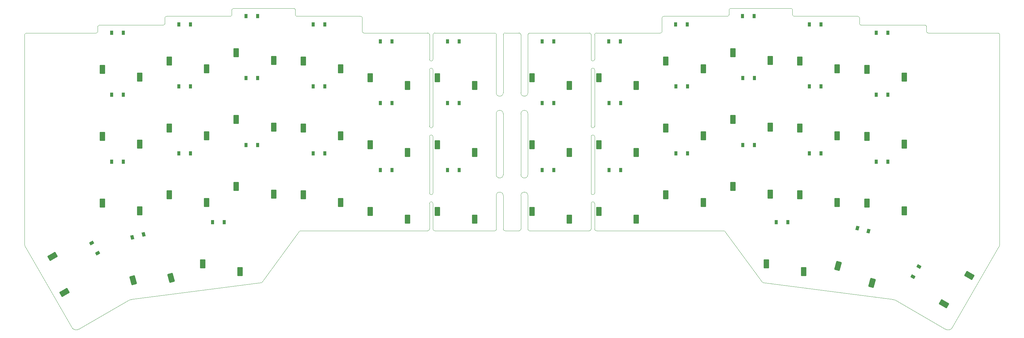
<source format=gbp>
G04 #@! TF.GenerationSoftware,KiCad,Pcbnew,(6.99.0-1912-g359c99991b)*
G04 #@! TF.CreationDate,2023-07-01T16:50:15+07:00*
G04 #@! TF.ProjectId,corne_chocoflan,636f726e-655f-4636-986f-636f666c616e,2*
G04 #@! TF.SameCoordinates,Original*
G04 #@! TF.FileFunction,Paste,Bot*
G04 #@! TF.FilePolarity,Positive*
%FSLAX46Y46*%
G04 Gerber Fmt 4.6, Leading zero omitted, Abs format (unit mm)*
G04 Created by KiCad (PCBNEW (6.99.0-1912-g359c99991b)) date 2023-07-01 16:50:15*
%MOMM*%
%LPD*%
G01*
G04 APERTURE LIST*
G04 Aperture macros list*
%AMRoundRect*
0 Rectangle with rounded corners*
0 $1 Rounding radius*
0 $2 $3 $4 $5 $6 $7 $8 $9 X,Y pos of 4 corners*
0 Add a 4 corners polygon primitive as box body*
4,1,4,$2,$3,$4,$5,$6,$7,$8,$9,$2,$3,0*
0 Add four circle primitives for the rounded corners*
1,1,$1+$1,$2,$3*
1,1,$1+$1,$4,$5*
1,1,$1+$1,$6,$7*
1,1,$1+$1,$8,$9*
0 Add four rect primitives between the rounded corners*
20,1,$1+$1,$2,$3,$4,$5,0*
20,1,$1+$1,$4,$5,$6,$7,0*
20,1,$1+$1,$6,$7,$8,$9,0*
20,1,$1+$1,$8,$9,$2,$3,0*%
%AMRotRect*
0 Rectangle, with rotation*
0 The origin of the aperture is its center*
0 $1 length*
0 $2 width*
0 $3 Rotation angle, in degrees counterclockwise*
0 Add horizontal line*
21,1,$1,$2,0,0,$3*%
G04 Aperture macros list end*
%ADD10R,0.900000X1.200000*%
%ADD11RoundRect,0.160000X0.640000X1.140000X-0.640000X1.140000X-0.640000X-1.140000X0.640000X-1.140000X0*%
%ADD12RotRect,0.900000X1.200000X300.000000*%
%ADD13RotRect,0.900000X1.200000X165.000000*%
%ADD14RoundRect,0.160000X0.913246X0.935511X-0.323139X1.266800X-0.913246X-0.935511X0.323139X-1.266800X0*%
%ADD15RotRect,0.900000X1.200000X240.000000*%
%ADD16RoundRect,0.160000X-0.667269X1.124256X-1.307269X0.015744X0.667269X-1.124256X1.307269X-0.015744X0*%
%ADD17RoundRect,0.160000X0.323139X1.266800X-0.913246X0.935511X-0.323139X-1.266800X0.913246X-0.935511X0*%
%ADD18RotRect,0.900000X1.200000X15.000000*%
%ADD19RoundRect,0.160000X1.307269X0.015744X0.667269X1.124256X-1.307269X-0.015744X-0.667269X-1.124256X0*%
G04 #@! TA.AperFunction,Profile*
%ADD20C,0.100000*%
G04 #@! TD*
%ADD21C,0.100000*%
%ADD22C,0.200000*%
G04 APERTURE END LIST*
D10*
X225851187Y-4619863D03*
X222551187Y-4619863D03*
D11*
X219868358Y-53009932D03*
X230468358Y-55209932D03*
X238868358Y-55384932D03*
X249468358Y-57584932D03*
X117034018Y-38759932D03*
X127634018Y-40959932D03*
D10*
X119916847Y-46019863D03*
X123216847Y-46019863D03*
X100916847Y-26969863D03*
X104216847Y-26969863D03*
D12*
X19032763Y-66728008D03*
X20682763Y-69585892D03*
D11*
X98034018Y-19759932D03*
X108634018Y-21959932D03*
D13*
X239359717Y-63383108D03*
X236172161Y-62529006D03*
D10*
X24716847Y-24594863D03*
X28016847Y-24594863D03*
D11*
X41034018Y-15009932D03*
X51634018Y-17209932D03*
X181868358Y-15009932D03*
X192468358Y-17209932D03*
D10*
X100916847Y-46019863D03*
X104216847Y-46019863D03*
X150101187Y-26969863D03*
X146801187Y-26969863D03*
X225899999Y-41269863D03*
X222599999Y-41269863D03*
X43766847Y-41269863D03*
X47066847Y-41269863D03*
D11*
X22034018Y-55384932D03*
X32634018Y-57584932D03*
X79034018Y-15009932D03*
X89634018Y-17209932D03*
D10*
X169051187Y-46019863D03*
X165751187Y-46019863D03*
D14*
X230663565Y-73238365D03*
X240332977Y-78106884D03*
D11*
X238868358Y-36384932D03*
X249468358Y-38584932D03*
D15*
X253596869Y-73435794D03*
X251946869Y-76293678D03*
D11*
X210368358Y-72634932D03*
X220968358Y-74834932D03*
D10*
X81866847Y-41269863D03*
X85166847Y-41269863D03*
D11*
X79034018Y-34009932D03*
X89634018Y-36209932D03*
D10*
X187951187Y-4619863D03*
X184651187Y-4619863D03*
D11*
X22034018Y-17384932D03*
X32634018Y-19584932D03*
D10*
X24716847Y-43644863D03*
X28016847Y-43644863D03*
D11*
X143868358Y-38759932D03*
X154468358Y-40959932D03*
D10*
X169051187Y-26969863D03*
X165751187Y-26969863D03*
D11*
X143868358Y-19759932D03*
X154468358Y-21959932D03*
D16*
X260765953Y-84014930D03*
X267971209Y-75935061D03*
D17*
X30770368Y-77275942D03*
X41578584Y-76657497D03*
D11*
X200868358Y-50634932D03*
X211468358Y-52834932D03*
D10*
X43716847Y-4619863D03*
X47016847Y-4619863D03*
D11*
X98034018Y-57759932D03*
X108634018Y-59959932D03*
D10*
X225899999Y-22219863D03*
X222599999Y-22219863D03*
D11*
X143868358Y-57759932D03*
X154468358Y-59959932D03*
X162868358Y-57759932D03*
X173468358Y-59959932D03*
D10*
X100866847Y-9369863D03*
X104166847Y-9369863D03*
X24666847Y-6994863D03*
X27966847Y-6994863D03*
D11*
X219868358Y-15009932D03*
X230468358Y-17209932D03*
X181868358Y-53009932D03*
X192468358Y-55209932D03*
D10*
X62816847Y-38894863D03*
X66116847Y-38894863D03*
X53316847Y-60844863D03*
X56616847Y-60844863D03*
D11*
X200868358Y-31634932D03*
X211468358Y-33834932D03*
X79034018Y-53009932D03*
X89634018Y-55209932D03*
X181868358Y-34009932D03*
X192468358Y-36209932D03*
X200868358Y-12634932D03*
X211468358Y-14834932D03*
D10*
X244801187Y-6994863D03*
X241501187Y-6994863D03*
X206901187Y-2244863D03*
X203601187Y-2244863D03*
X206949999Y-19844863D03*
X203649999Y-19844863D03*
D11*
X162868358Y-19759932D03*
X173468358Y-21959932D03*
D10*
X206949999Y-38894863D03*
X203649999Y-38894863D03*
X62766847Y-2244863D03*
X66066847Y-2244863D03*
D11*
X60034018Y-50634932D03*
X70634018Y-52834932D03*
X219868358Y-34009932D03*
X230468358Y-36209932D03*
D10*
X119916847Y-9369863D03*
X123216847Y-9369863D03*
X62816847Y-19844863D03*
X66116847Y-19844863D03*
D11*
X60034018Y-31634932D03*
X70634018Y-33834932D03*
X60034018Y-12634932D03*
X70634018Y-14834932D03*
X117034018Y-57759932D03*
X127634018Y-59959932D03*
D10*
X244849999Y-24594863D03*
X241549999Y-24594863D03*
X119966847Y-26969863D03*
X123266847Y-26969863D03*
D18*
X30557974Y-65147468D03*
X33745530Y-64293366D03*
D10*
X188001187Y-22219863D03*
X184701187Y-22219863D03*
X150051187Y-46019863D03*
X146751187Y-46019863D03*
D11*
X162868358Y-38759932D03*
X173468358Y-40959932D03*
D10*
X81816847Y-4619863D03*
X85116847Y-4619863D03*
X169001187Y-9369863D03*
X165701187Y-9369863D03*
D11*
X22034018Y-36384932D03*
X32634018Y-38584932D03*
D10*
X81866847Y-22219863D03*
X85166847Y-22219863D03*
X244849999Y-43644863D03*
X241549999Y-43644863D03*
D11*
X41034018Y-53009932D03*
X51634018Y-55209932D03*
D10*
X150051187Y-9369863D03*
X146751187Y-9369863D03*
D19*
X7936423Y-70504934D03*
X11331167Y-80784803D03*
D10*
X216451187Y-60844863D03*
X213151187Y-60844863D03*
D11*
X50534018Y-72634932D03*
X61134018Y-74834932D03*
X238868358Y-17384932D03*
X249468358Y-19584932D03*
D10*
X188001187Y-41269863D03*
X184701187Y-41269863D03*
D11*
X117034018Y-19759932D03*
X127634018Y-21959932D03*
D10*
X43766847Y-22219863D03*
X47066847Y-22219863D03*
D11*
X41034018Y-34009932D03*
X51634018Y-36209932D03*
X98034018Y-38759932D03*
X108634018Y-40959932D03*
D20*
X133249285Y-7002009D02*
X116332284Y-7002009D01*
D21*
X255750597Y-5250174D02*
X255741214Y-5149988D01*
X255702773Y-5034467D01*
X255638356Y-4933394D01*
X255551935Y-4850694D01*
X255447481Y-4790286D01*
X255328965Y-4756095D01*
X255252757Y-4749795D01*
D20*
X160670092Y-62751781D02*
X160670092Y-55502009D01*
X162170092Y-7002009D02*
X180252981Y-7002009D01*
X160170092Y-7002009D02*
X143253091Y-7002009D01*
X276502376Y-7500612D02*
X276502376Y-66974653D01*
X114832291Y-7502009D02*
G75*
G03*
X114332284Y-7002009I-499991J9D01*
G01*
X115832284Y-36502009D02*
X115832284Y-52502009D01*
D21*
X198606497Y-63398337D02*
X198520082Y-63329194D01*
X198421535Y-63281102D01*
X198314594Y-63255609D01*
X198252931Y-63251781D01*
D22*
X217253125Y-1776D02*
X217253125Y-1776D01*
D20*
X135751188Y-7502009D02*
X135751188Y-24000739D01*
X263050292Y-90783320D02*
X276276316Y-67850953D01*
D21*
X58750142Y-1750058D02*
X58739756Y-1851413D01*
X58700405Y-1967956D01*
X58635398Y-2069592D01*
X58548637Y-2152432D01*
X58444025Y-2212590D01*
X58325464Y-2246178D01*
X58249256Y-2251960D01*
X199250893Y-2250437D02*
X199352331Y-2240802D01*
X199468915Y-2202098D01*
X199570490Y-2137423D01*
X199653135Y-2050691D01*
X199712926Y-1945818D01*
X199745944Y-1826718D01*
X199751272Y-1750058D01*
X200251652Y0D02*
X200151305Y-10769D01*
X200035690Y-50475D01*
X199934676Y-115714D01*
X199852218Y-202597D01*
X199792271Y-307238D01*
X199758788Y-425749D01*
X199753048Y-501897D01*
D20*
X114832284Y-17502009D02*
X114832284Y-33502009D01*
X15380201Y-91162792D02*
X29674284Y-82901708D01*
X161670092Y-14502009D02*
X161670092Y-7502009D01*
X161670091Y-17502009D02*
G75*
G03*
X161170092Y-17002009I-499991J9D01*
G01*
D21*
X209149521Y-77855497D02*
X209235957Y-77924558D01*
X209334507Y-77972574D01*
X209441435Y-77998000D01*
X209503086Y-78001795D01*
X0Y-7500612D02*
X10005Y-7400299D01*
X49023Y-7284717D01*
X113844Y-7183721D01*
X200556Y-7101266D01*
X305246Y-7041302D01*
X424002Y-7007783D01*
X500379Y-7002009D01*
X96249395Y-7002009D02*
X96148626Y-6991871D01*
X96032633Y-6952706D01*
X95931404Y-6887721D01*
X95848890Y-6800789D01*
X95789040Y-6695784D01*
X95755806Y-6576579D01*
X95750285Y-6499853D01*
D20*
X161670119Y-62751781D02*
G75*
G03*
X162170092Y-63251781I499981J-19D01*
G01*
X160670091Y-14502009D02*
G75*
G03*
X161170092Y-15002009I500009J9D01*
G01*
X114832284Y-7502009D02*
X114832284Y-14502009D01*
D21*
X180252981Y-7002009D02*
X180353749Y-6991871D01*
X180469742Y-6952706D01*
X180570971Y-6887721D01*
X180653485Y-6800789D01*
X180713335Y-6695784D01*
X180746569Y-6576579D01*
X180752091Y-6499853D01*
X20749497Y-6501887D02*
X20739360Y-6602656D01*
X20700235Y-6718668D01*
X20635374Y-6819959D01*
X20548698Y-6902602D01*
X20444127Y-6962667D01*
X20325581Y-6996228D01*
X20249376Y-7002009D01*
D20*
X116332284Y-63251781D02*
X133249285Y-63251781D01*
D21*
X39749433Y-4251955D02*
X39739252Y-4352715D01*
X39700102Y-4468667D01*
X39635285Y-4569801D01*
X39548759Y-4652145D01*
X39444479Y-4711727D01*
X39326403Y-4744573D01*
X39250581Y-4749795D01*
D20*
X135751188Y-53250511D02*
X135751188Y-62751781D01*
D21*
X20751779Y-5250174D02*
X20761161Y-5149988D01*
X20799602Y-5034467D01*
X20864019Y-4933394D01*
X20950440Y-4850694D01*
X21054894Y-4790286D01*
X21173410Y-4756095D01*
X21249619Y-4749795D01*
X255752879Y-6501887D02*
X255763015Y-6602656D01*
X255802140Y-6718668D01*
X255867001Y-6819959D01*
X255953677Y-6902602D01*
X256058248Y-6962667D01*
X256176794Y-6996228D01*
X256253000Y-7002009D01*
D20*
X114332284Y-7002009D02*
X96249395Y-7002009D01*
X180752091Y-2750817D02*
X180752091Y-6499853D01*
D21*
X236752943Y-4251955D02*
X236763123Y-4352715D01*
X236802273Y-4468667D01*
X236867090Y-4569801D01*
X236953616Y-4652145D01*
X237057896Y-4711727D01*
X237175972Y-4744573D01*
X237251795Y-4749795D01*
X133751188Y-62750638D02*
X133741000Y-62851406D01*
X133701788Y-62967425D01*
X133636784Y-63068762D01*
X133549874Y-63151521D01*
X133444945Y-63211804D01*
X133325886Y-63245714D01*
X133249285Y-63251781D01*
D20*
X198606497Y-63398337D02*
X209149521Y-77855497D01*
D21*
X143253091Y-7002009D02*
X143152317Y-7012141D01*
X143036268Y-7051258D01*
X142934867Y-7116103D01*
X142852000Y-7202748D01*
X142791556Y-7307268D01*
X142757422Y-7425737D01*
X142751188Y-7501882D01*
D20*
X160670092Y-52502009D02*
X160670092Y-36502009D01*
X115332284Y-34001984D02*
G75*
G03*
X115832284Y-33502009I16J499984D01*
G01*
X161670092Y-36502009D02*
X161670092Y-52502009D01*
X140751188Y-53250511D02*
X140751188Y-62751781D01*
X246828092Y-82901708D02*
X261122175Y-91162792D01*
X67352855Y-77855497D02*
X77895879Y-63398337D01*
X161170092Y-34001992D02*
G75*
G03*
X161670092Y-33502009I8J499992D01*
G01*
D21*
X261122175Y-91162792D02*
X261243752Y-91236101D01*
X261369682Y-91295626D01*
X261498999Y-91341548D01*
X261630743Y-91374049D01*
X261763948Y-91393309D01*
X261897653Y-91399512D01*
X262030894Y-91392838D01*
X262162708Y-91373470D01*
X262292133Y-91341588D01*
X262418204Y-91297376D01*
X262539960Y-91241013D01*
X262656436Y-91172683D01*
X262766671Y-91092567D01*
X262869700Y-91000847D01*
X262964561Y-90897704D01*
X263050292Y-90783320D01*
D20*
X160670091Y-33502009D02*
G75*
G03*
X161170092Y-34002009I500009J9D01*
G01*
D21*
X67352855Y-77855497D02*
X67266418Y-77924558D01*
X67167868Y-77972574D01*
X67060940Y-77998000D01*
X66999290Y-78001795D01*
D20*
X133751188Y-30000739D02*
X133751188Y-47250511D01*
X161670091Y-36502009D02*
G75*
G03*
X161170092Y-36002009I-499991J9D01*
G01*
X20249376Y-7002009D02*
X500379Y-7002009D01*
X114832291Y-52502009D02*
G75*
G03*
X115332284Y-53002009I500009J9D01*
G01*
X160170092Y-63251792D02*
G75*
G03*
X160670092Y-62751781I8J499992D01*
G01*
X140751188Y-47250511D02*
X140751188Y-30000739D01*
X142751188Y-47250511D02*
X142751188Y-30000739D01*
X39250581Y-4749795D02*
X21249619Y-4749795D01*
D22*
X59249251Y-1776D02*
X59249251Y-1776D01*
D20*
X114832291Y-33502009D02*
G75*
G03*
X115332284Y-34002009I500009J9D01*
G01*
X160670092Y-17502009D02*
X160670092Y-33502009D01*
X115332284Y-53001984D02*
G75*
G03*
X115832284Y-52502009I16J499984D01*
G01*
X161170092Y-15001992D02*
G75*
G03*
X161670092Y-14502009I8J499992D01*
G01*
X217752234Y-1750058D02*
X217752234Y-500379D01*
X162170092Y-63251781D02*
X198252931Y-63251781D01*
D21*
X39750961Y-2750817D02*
X39760633Y-2650421D01*
X39799327Y-2534763D01*
X39863888Y-2433720D01*
X39950358Y-2351237D01*
X40054777Y-2291259D01*
X40173189Y-2257735D01*
X40249306Y-2251960D01*
X95249400Y-2250437D02*
X95350133Y-2261114D01*
X95466114Y-2300699D01*
X95567417Y-2365788D01*
X95650140Y-2452468D01*
X95710384Y-2556828D01*
X95744249Y-2674957D01*
X95750285Y-2750817D01*
X217752234Y-1750058D02*
X217762619Y-1851413D01*
X217801970Y-1967956D01*
X217866977Y-2069592D01*
X217953738Y-2152432D01*
X218058350Y-2212590D01*
X218176911Y-2246178D01*
X218253120Y-2251960D01*
D20*
X115832284Y-33502009D02*
X115832284Y-17502009D01*
X58750142Y-500379D02*
X58750142Y-1750058D01*
X209503086Y-78001795D02*
X246173536Y-82772168D01*
X162170092Y-7001992D02*
G75*
G03*
X161670092Y-7502009I8J-500008D01*
G01*
X160670091Y-52502009D02*
G75*
G03*
X161170092Y-53002009I500009J9D01*
G01*
D21*
X77251483Y-2250437D02*
X77150044Y-2240802D01*
X77033460Y-2202098D01*
X76931885Y-2137423D01*
X76849240Y-2050691D01*
X76789449Y-1945818D01*
X76756431Y-1826718D01*
X76751104Y-1750058D01*
D20*
X161170092Y-53001992D02*
G75*
G03*
X161670092Y-52502009I8J499992D01*
G01*
X199753048Y-501897D02*
X199751272Y-1750058D01*
X95249400Y-2250437D02*
X77251483Y-2250437D01*
X115332284Y-15001984D02*
G75*
G03*
X115832284Y-14502009I16J499984D01*
G01*
X39750961Y-2750817D02*
X39749433Y-4251955D01*
X20749497Y-6501887D02*
X20751779Y-5250174D01*
X115832291Y-55502009D02*
G75*
G03*
X115332284Y-55002009I-499991J9D01*
G01*
D21*
X15380201Y-91162792D02*
X15258623Y-91236101D01*
X15132693Y-91295626D01*
X15003376Y-91341548D01*
X14871632Y-91374049D01*
X14738427Y-91393309D01*
X14604722Y-91399512D01*
X14471481Y-91392838D01*
X14339667Y-91373470D01*
X14210242Y-91341588D01*
X14084171Y-91297376D01*
X13962415Y-91241013D01*
X13845939Y-91172683D01*
X13735704Y-91092567D01*
X13632675Y-91000847D01*
X13537814Y-90897704D01*
X13452084Y-90783320D01*
D20*
X136251188Y-7001988D02*
G75*
G03*
X135751188Y-7502009I12J-500012D01*
G01*
X160670092Y-7502009D02*
X160670092Y-14502009D01*
D21*
X217752234Y-500379D02*
X217742351Y-400108D01*
X217703436Y-284514D01*
X217638661Y-183407D01*
X217551941Y-100710D01*
X217447190Y-40344D01*
X217328323Y-6233D01*
X217251855Y0D01*
X276502376Y-7500612D02*
X276492370Y-7400299D01*
X276453352Y-7284717D01*
X276388531Y-7183721D01*
X276301819Y-7101266D01*
X276197129Y-7041302D01*
X276078373Y-7007783D01*
X276001997Y-7002009D01*
D20*
X142751188Y-7501882D02*
X142751188Y-24000739D01*
X115832284Y-55502009D02*
X115832284Y-62751781D01*
X140251188Y-7002009D02*
X136251188Y-7002009D01*
D21*
X181252976Y-2250437D02*
X181152242Y-2261114D01*
X181036261Y-2300699D01*
X180934958Y-2365788D01*
X180852235Y-2452468D01*
X180791991Y-2556828D01*
X180758126Y-2674957D01*
X180752091Y-2750817D01*
D20*
X140251188Y-63251781D02*
X136251188Y-63251781D01*
D21*
X226060Y-67850953D02*
X172453Y-67749381D01*
X125872Y-67644879D01*
X86424Y-67537774D01*
X54220Y-67428392D01*
X29366Y-67317063D01*
X11973Y-67204111D01*
X2148Y-67089865D01*
X0Y-66974653D01*
D20*
X115332284Y-17001984D02*
G75*
G03*
X114832284Y-17502009I16J-500016D01*
G01*
X161170092Y-55001992D02*
G75*
G03*
X160670092Y-55502009I8J-500008D01*
G01*
D21*
X58750142Y-500379D02*
X58760024Y-400108D01*
X58798939Y-284514D01*
X58863714Y-183407D01*
X58950434Y-100710D01*
X59055185Y-40344D01*
X59174052Y-6233D01*
X59250521Y0D01*
D20*
X142751188Y-53250511D02*
X142751188Y-62750638D01*
X114332284Y-63251781D02*
X78249445Y-63251781D01*
X30328840Y-82772168D02*
X66999290Y-78001795D01*
X217251855Y0D02*
X200251652Y0D01*
X236752943Y-4251955D02*
X236751415Y-2750817D01*
X115832291Y-36502009D02*
G75*
G03*
X115332284Y-36002009I-499991J9D01*
G01*
X114832291Y-14502009D02*
G75*
G03*
X115332284Y-15002009I500009J9D01*
G01*
X133751188Y-62750638D02*
X133751188Y-53250511D01*
X95750285Y-6499853D02*
X95750285Y-2750817D01*
X114332284Y-63251784D02*
G75*
G03*
X114832284Y-62751781I16J499984D01*
G01*
X76250724Y0D02*
X59250521Y0D01*
X114832284Y-62751781D02*
X114832284Y-55502009D01*
D21*
X76250724Y0D02*
X76351070Y-10769D01*
X76466685Y-50475D01*
X76567699Y-115714D01*
X76650157Y-202597D01*
X76710104Y-307238D01*
X76743587Y-425749D01*
X76749328Y-501897D01*
D20*
X255252757Y-4749795D02*
X237251795Y-4749795D01*
X115332284Y-36001984D02*
G75*
G03*
X114832284Y-36502009I16J-500016D01*
G01*
X161170092Y-17001992D02*
G75*
G03*
X160670092Y-17502009I8J-500008D01*
G01*
D21*
X29674284Y-82901708D02*
X29774742Y-82873044D01*
X29875978Y-82847480D01*
X29977921Y-82825028D01*
X30080498Y-82805703D01*
X30183637Y-82789520D01*
X30287267Y-82776492D01*
X30328840Y-82772168D01*
D20*
X255750597Y-5250174D02*
X255752879Y-6501887D01*
X226060Y-67850953D02*
X13452084Y-90783320D01*
D21*
X133249285Y-7002009D02*
X133350058Y-7012141D01*
X133466107Y-7051258D01*
X133567508Y-7116103D01*
X133650375Y-7202748D01*
X133710819Y-7307268D01*
X133744953Y-7425737D01*
X133751188Y-7501882D01*
D20*
X133751188Y-24000739D02*
X133751188Y-7501882D01*
X40249306Y-2251960D02*
X58249256Y-2251960D01*
X115832291Y-17502009D02*
G75*
G03*
X115332284Y-17002009I-499991J9D01*
G01*
X115332284Y-55001984D02*
G75*
G03*
X114832284Y-55502009I16J-500016D01*
G01*
X140751191Y-7502009D02*
G75*
G03*
X140251188Y-7002009I-499991J9D01*
G01*
X115832284Y-14502009D02*
X115832284Y-7502009D01*
X135751188Y-47250511D02*
X135751188Y-30000739D01*
X114832284Y-52502009D02*
X114832284Y-36502009D01*
X76751104Y-1750058D02*
X76749328Y-501897D01*
X161670092Y-33502009D02*
X161670092Y-17502009D01*
D21*
X142751188Y-62750638D02*
X142761375Y-62851406D01*
X142800587Y-62967425D01*
X142865591Y-63068762D01*
X142952501Y-63151521D01*
X143057430Y-63211804D01*
X143176489Y-63245714D01*
X143253091Y-63251781D01*
D20*
X140751188Y-24000739D02*
X140751188Y-7502009D01*
X161170092Y-36001992D02*
G75*
G03*
X160670092Y-36502009I8J-500008D01*
G01*
X116332284Y-7001984D02*
G75*
G03*
X115832284Y-7502009I16J-500016D01*
G01*
X160670091Y-7502009D02*
G75*
G03*
X160170092Y-7002009I-499991J9D01*
G01*
X161670092Y-55502009D02*
X161670092Y-62751781D01*
X115832319Y-62751781D02*
G75*
G03*
X116332284Y-63251781I499981J-19D01*
G01*
X161670091Y-55502009D02*
G75*
G03*
X161170092Y-55002009I-499991J9D01*
G01*
X0Y-66974653D02*
X0Y-7500612D01*
D21*
X236751415Y-2750817D02*
X236741742Y-2650421D01*
X236703048Y-2534763D01*
X236638487Y-2433720D01*
X236552017Y-2351237D01*
X236447598Y-2291259D01*
X236329186Y-2257735D01*
X236253070Y-2251960D01*
D20*
X135751219Y-62751781D02*
G75*
G03*
X136251188Y-63251781I499981J-19D01*
G01*
D21*
X246828092Y-82901708D02*
X246727633Y-82873044D01*
X246626397Y-82847480D01*
X246524454Y-82825028D01*
X246421877Y-82805703D01*
X246318738Y-82789520D01*
X246215108Y-82776492D01*
X246173536Y-82772168D01*
D20*
X199250893Y-2250437D02*
X181252976Y-2250437D01*
D21*
X276276316Y-67850953D02*
X276329922Y-67749381D01*
X276376503Y-67644879D01*
X276415951Y-67537774D01*
X276448155Y-67428392D01*
X276473009Y-67317063D01*
X276490402Y-67204111D01*
X276500227Y-67089865D01*
X276502376Y-66974653D01*
D20*
X140251188Y-63251788D02*
G75*
G03*
X140751188Y-62751781I12J499988D01*
G01*
X276001997Y-7002009D02*
X256253000Y-7002009D01*
X143253091Y-63251781D02*
X160170092Y-63251781D01*
D21*
X77895879Y-63398337D02*
X77982293Y-63329194D01*
X78080840Y-63281102D01*
X78187781Y-63255609D01*
X78249445Y-63251781D01*
D20*
X218253120Y-2251960D02*
X236253070Y-2251960D01*
X142751188Y-53250511D02*
G75*
G03*
X140751188Y-53250511I-1000000J0D01*
G01*
X140751188Y-47250511D02*
G75*
G03*
X142751188Y-47250511I1000000J0D01*
G01*
X142751188Y-30000739D02*
G75*
G03*
X140751188Y-30000739I-1000000J0D01*
G01*
X140751188Y-24000739D02*
G75*
G03*
X142751188Y-24000739I1000000J0D01*
G01*
X133751188Y-24000739D02*
G75*
G03*
X135751188Y-24000739I1000000J0D01*
G01*
X135751188Y-30000739D02*
G75*
G03*
X133751188Y-30000739I-1000000J0D01*
G01*
X133751188Y-47250511D02*
G75*
G03*
X135751188Y-47250511I1000000J0D01*
G01*
X135751188Y-53250511D02*
G75*
G03*
X133751188Y-53250511I-1000000J0D01*
G01*
M02*

</source>
